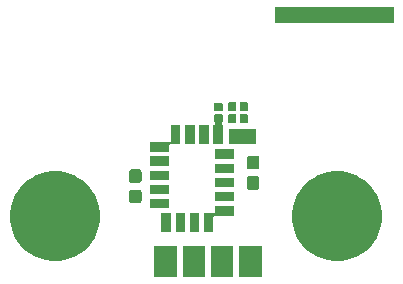
<source format=gbr>
G04 #@! TF.GenerationSoftware,KiCad,Pcbnew,(5.1.6)-1*
G04 #@! TF.CreationDate,2021-04-29T20:16:03-05:00*
G04 #@! TF.ProjectId,BEncoderBoard3(3),42456e63-6f64-4657-9242-6f6172643328,rev?*
G04 #@! TF.SameCoordinates,Original*
G04 #@! TF.FileFunction,Soldermask,Top*
G04 #@! TF.FilePolarity,Negative*
%FSLAX46Y46*%
G04 Gerber Fmt 4.6, Leading zero omitted, Abs format (unit mm)*
G04 Created by KiCad (PCBNEW (5.1.6)-1) date 2021-04-29 20:16:03*
%MOMM*%
%LPD*%
G01*
G04 APERTURE LIST*
%ADD10C,0.100000*%
G04 APERTURE END LIST*
D10*
G36*
X138430000Y-93599000D02*
G01*
X136271000Y-93599000D01*
X136271000Y-92456000D01*
X138430000Y-92456000D01*
X138430000Y-93599000D01*
G37*
X138430000Y-93599000D02*
X136271000Y-93599000D01*
X136271000Y-92456000D01*
X138430000Y-92456000D01*
X138430000Y-93599000D01*
G36*
X150130000Y-83400000D02*
G01*
X150090000Y-83390000D01*
X150120000Y-83400000D01*
X140130000Y-83400000D01*
X140130000Y-82110000D01*
X150130000Y-82110000D01*
X150130000Y-83400000D01*
G37*
X150130000Y-83400000D02*
X150090000Y-83390000D01*
X150120000Y-83400000D01*
X140130000Y-83400000D01*
X140130000Y-82110000D01*
X150130000Y-82110000D01*
X150130000Y-83400000D01*
G36*
X134244000Y-104933000D02*
G01*
X132342000Y-104933000D01*
X132342000Y-102331000D01*
X134244000Y-102331000D01*
X134244000Y-104933000D01*
G37*
G36*
X131844000Y-104933000D02*
G01*
X129942000Y-104933000D01*
X129942000Y-102331000D01*
X131844000Y-102331000D01*
X131844000Y-104933000D01*
G37*
G36*
X139044000Y-104933000D02*
G01*
X137142000Y-104933000D01*
X137142000Y-102331000D01*
X139044000Y-102331000D01*
X139044000Y-104933000D01*
G37*
G36*
X136644000Y-104933000D02*
G01*
X134742000Y-104933000D01*
X134742000Y-102331000D01*
X136644000Y-102331000D01*
X136644000Y-104933000D01*
G37*
G36*
X122647710Y-96167070D02*
G01*
X123339447Y-96453597D01*
X123491035Y-96554885D01*
X123961996Y-96869571D01*
X124491429Y-97399004D01*
X124691135Y-97697885D01*
X124907403Y-98021553D01*
X125193930Y-98713290D01*
X125340000Y-99447633D01*
X125340000Y-100196367D01*
X125193930Y-100930710D01*
X124907403Y-101622447D01*
X124907402Y-101622448D01*
X124491429Y-102244996D01*
X123961996Y-102774429D01*
X123546022Y-103052374D01*
X123339447Y-103190403D01*
X122647710Y-103476930D01*
X121913367Y-103623000D01*
X121164633Y-103623000D01*
X120430290Y-103476930D01*
X119738553Y-103190403D01*
X119531978Y-103052374D01*
X119116004Y-102774429D01*
X118586571Y-102244996D01*
X118170598Y-101622448D01*
X118170597Y-101622447D01*
X117884070Y-100930710D01*
X117738000Y-100196367D01*
X117738000Y-99447633D01*
X117884070Y-98713290D01*
X118170597Y-98021553D01*
X118386865Y-97697885D01*
X118586571Y-97399004D01*
X119116004Y-96869571D01*
X119586965Y-96554885D01*
X119738553Y-96453597D01*
X120430290Y-96167070D01*
X121164633Y-96021000D01*
X121913367Y-96021000D01*
X122647710Y-96167070D01*
G37*
G36*
X146523710Y-96167070D02*
G01*
X147215447Y-96453597D01*
X147367035Y-96554885D01*
X147837996Y-96869571D01*
X148367429Y-97399004D01*
X148567135Y-97697885D01*
X148783403Y-98021553D01*
X149069930Y-98713290D01*
X149216000Y-99447633D01*
X149216000Y-100196367D01*
X149069930Y-100930710D01*
X148783403Y-101622447D01*
X148783402Y-101622448D01*
X148367429Y-102244996D01*
X147837996Y-102774429D01*
X147422022Y-103052374D01*
X147215447Y-103190403D01*
X146523710Y-103476930D01*
X145789367Y-103623000D01*
X145040633Y-103623000D01*
X144306290Y-103476930D01*
X143614553Y-103190403D01*
X143407978Y-103052374D01*
X142992004Y-102774429D01*
X142462571Y-102244996D01*
X142046598Y-101622448D01*
X142046597Y-101622447D01*
X141760070Y-100930710D01*
X141614000Y-100196367D01*
X141614000Y-99447633D01*
X141760070Y-98713290D01*
X142046597Y-98021553D01*
X142262865Y-97697885D01*
X142462571Y-97399004D01*
X142992004Y-96869571D01*
X143462965Y-96554885D01*
X143614553Y-96453597D01*
X144306290Y-96167070D01*
X145040633Y-96021000D01*
X145789367Y-96021000D01*
X146523710Y-96167070D01*
G37*
G36*
X131350600Y-101158530D02*
G01*
X130548600Y-101158530D01*
X130548600Y-99556530D01*
X131350600Y-99556530D01*
X131350600Y-101158530D01*
G37*
G36*
X132550600Y-101158530D02*
G01*
X131748600Y-101158530D01*
X131748600Y-99556530D01*
X132550600Y-99556530D01*
X132550600Y-101158530D01*
G37*
G36*
X136700600Y-99760200D02*
G01*
X135075599Y-99760200D01*
X135051213Y-99762602D01*
X135027764Y-99769715D01*
X135006153Y-99781266D01*
X134987211Y-99796811D01*
X134971666Y-99815753D01*
X134960115Y-99837364D01*
X134953002Y-99860813D01*
X134950600Y-99885199D01*
X134950600Y-101158530D01*
X134148600Y-101158530D01*
X134148600Y-99556530D01*
X134973601Y-99556530D01*
X134997987Y-99554128D01*
X135021436Y-99547015D01*
X135043047Y-99535464D01*
X135061989Y-99519919D01*
X135077534Y-99500977D01*
X135089085Y-99479366D01*
X135096198Y-99455917D01*
X135098600Y-99431531D01*
X135098600Y-98958200D01*
X136700600Y-98958200D01*
X136700600Y-99760200D01*
G37*
G36*
X133750600Y-101158530D02*
G01*
X132948600Y-101158530D01*
X132948600Y-99556530D01*
X133750600Y-99556530D01*
X133750600Y-101158530D01*
G37*
G36*
X131200600Y-99160200D02*
G01*
X129598600Y-99160200D01*
X129598600Y-98358200D01*
X131200600Y-98358200D01*
X131200600Y-99160200D01*
G37*
G36*
X128697999Y-97585445D02*
G01*
X128735495Y-97596820D01*
X128770054Y-97615292D01*
X128800347Y-97640153D01*
X128825208Y-97670446D01*
X128843680Y-97705005D01*
X128855055Y-97742501D01*
X128859500Y-97787638D01*
X128859500Y-98526362D01*
X128855055Y-98571499D01*
X128843680Y-98608995D01*
X128825208Y-98643554D01*
X128800347Y-98673847D01*
X128770054Y-98698708D01*
X128735495Y-98717180D01*
X128697999Y-98728555D01*
X128652862Y-98733000D01*
X128014138Y-98733000D01*
X127969001Y-98728555D01*
X127931505Y-98717180D01*
X127896946Y-98698708D01*
X127866653Y-98673847D01*
X127841792Y-98643554D01*
X127823320Y-98608995D01*
X127811945Y-98571499D01*
X127807500Y-98526362D01*
X127807500Y-97787638D01*
X127811945Y-97742501D01*
X127823320Y-97705005D01*
X127841792Y-97670446D01*
X127866653Y-97640153D01*
X127896946Y-97615292D01*
X127931505Y-97596820D01*
X127969001Y-97585445D01*
X128014138Y-97581000D01*
X128652862Y-97581000D01*
X128697999Y-97585445D01*
G37*
G36*
X136700600Y-98560200D02*
G01*
X135098600Y-98560200D01*
X135098600Y-97758200D01*
X136700600Y-97758200D01*
X136700600Y-98560200D01*
G37*
G36*
X131200600Y-97960200D02*
G01*
X129598600Y-97960200D01*
X129598600Y-97158200D01*
X131200600Y-97158200D01*
X131200600Y-97960200D01*
G37*
G36*
X138667499Y-96442445D02*
G01*
X138704995Y-96453820D01*
X138739554Y-96472292D01*
X138769847Y-96497153D01*
X138794708Y-96527446D01*
X138813180Y-96562005D01*
X138824555Y-96599501D01*
X138829000Y-96644638D01*
X138829000Y-97383362D01*
X138824555Y-97428499D01*
X138813180Y-97465995D01*
X138794708Y-97500554D01*
X138769847Y-97530847D01*
X138739554Y-97555708D01*
X138704995Y-97574180D01*
X138667499Y-97585555D01*
X138622362Y-97590000D01*
X137983638Y-97590000D01*
X137938501Y-97585555D01*
X137901005Y-97574180D01*
X137866446Y-97555708D01*
X137836153Y-97530847D01*
X137811292Y-97500554D01*
X137792820Y-97465995D01*
X137781445Y-97428499D01*
X137777000Y-97383362D01*
X137777000Y-96644638D01*
X137781445Y-96599501D01*
X137792820Y-96562005D01*
X137811292Y-96527446D01*
X137836153Y-96497153D01*
X137866446Y-96472292D01*
X137901005Y-96453820D01*
X137938501Y-96442445D01*
X137983638Y-96438000D01*
X138622362Y-96438000D01*
X138667499Y-96442445D01*
G37*
G36*
X136700600Y-97360200D02*
G01*
X135098600Y-97360200D01*
X135098600Y-96558200D01*
X136700600Y-96558200D01*
X136700600Y-97360200D01*
G37*
G36*
X128697999Y-95835445D02*
G01*
X128735495Y-95846820D01*
X128770054Y-95865292D01*
X128800347Y-95890153D01*
X128825208Y-95920446D01*
X128843680Y-95955005D01*
X128855055Y-95992501D01*
X128859500Y-96037638D01*
X128859500Y-96776362D01*
X128855055Y-96821499D01*
X128843680Y-96858995D01*
X128825208Y-96893554D01*
X128800347Y-96923847D01*
X128770054Y-96948708D01*
X128735495Y-96967180D01*
X128697999Y-96978555D01*
X128652862Y-96983000D01*
X128014138Y-96983000D01*
X127969001Y-96978555D01*
X127931505Y-96967180D01*
X127896946Y-96948708D01*
X127866653Y-96923847D01*
X127841792Y-96893554D01*
X127823320Y-96858995D01*
X127811945Y-96821499D01*
X127807500Y-96776362D01*
X127807500Y-96037638D01*
X127811945Y-95992501D01*
X127823320Y-95955005D01*
X127841792Y-95920446D01*
X127866653Y-95890153D01*
X127896946Y-95865292D01*
X127931505Y-95846820D01*
X127969001Y-95835445D01*
X128014138Y-95831000D01*
X128652862Y-95831000D01*
X128697999Y-95835445D01*
G37*
G36*
X131200600Y-96760200D02*
G01*
X129598600Y-96760200D01*
X129598600Y-95958200D01*
X131200600Y-95958200D01*
X131200600Y-96760200D01*
G37*
G36*
X136700600Y-96160200D02*
G01*
X135098600Y-96160200D01*
X135098600Y-95358200D01*
X136700600Y-95358200D01*
X136700600Y-96160200D01*
G37*
G36*
X138667499Y-94692445D02*
G01*
X138704995Y-94703820D01*
X138739554Y-94722292D01*
X138769847Y-94747153D01*
X138794708Y-94777446D01*
X138813180Y-94812005D01*
X138824555Y-94849501D01*
X138829000Y-94894638D01*
X138829000Y-95633362D01*
X138824555Y-95678499D01*
X138813180Y-95715995D01*
X138794708Y-95750554D01*
X138769847Y-95780847D01*
X138739554Y-95805708D01*
X138704995Y-95824180D01*
X138667499Y-95835555D01*
X138622362Y-95840000D01*
X137983638Y-95840000D01*
X137938501Y-95835555D01*
X137901005Y-95824180D01*
X137866446Y-95805708D01*
X137836153Y-95780847D01*
X137811292Y-95750554D01*
X137792820Y-95715995D01*
X137781445Y-95678499D01*
X137777000Y-95633362D01*
X137777000Y-94894638D01*
X137781445Y-94849501D01*
X137792820Y-94812005D01*
X137811292Y-94777446D01*
X137836153Y-94747153D01*
X137866446Y-94722292D01*
X137901005Y-94703820D01*
X137938501Y-94692445D01*
X137983638Y-94688000D01*
X138622362Y-94688000D01*
X138667499Y-94692445D01*
G37*
G36*
X131200600Y-95560200D02*
G01*
X129598600Y-95560200D01*
X129598600Y-94758200D01*
X131200600Y-94758200D01*
X131200600Y-95560200D01*
G37*
G36*
X136700600Y-94960200D02*
G01*
X135098600Y-94960200D01*
X135098600Y-94158200D01*
X136700600Y-94158200D01*
X136700600Y-94960200D01*
G37*
G36*
X132150600Y-93710200D02*
G01*
X131325599Y-93710200D01*
X131301213Y-93712602D01*
X131277764Y-93719715D01*
X131256153Y-93731266D01*
X131237211Y-93746811D01*
X131221666Y-93765753D01*
X131210115Y-93787364D01*
X131203002Y-93810813D01*
X131200600Y-93835199D01*
X131200600Y-94360200D01*
X129598600Y-94360200D01*
X129598600Y-93558200D01*
X131223601Y-93558200D01*
X131247987Y-93555798D01*
X131271436Y-93548685D01*
X131293047Y-93537134D01*
X131311989Y-93521589D01*
X131327534Y-93502647D01*
X131339085Y-93481036D01*
X131346198Y-93457587D01*
X131348600Y-93433201D01*
X131348600Y-92108200D01*
X132150600Y-92108200D01*
X132150600Y-93710200D01*
G37*
G36*
X135653938Y-91200716D02*
G01*
X135674557Y-91206971D01*
X135693553Y-91217124D01*
X135710208Y-91230792D01*
X135723876Y-91247447D01*
X135734029Y-91266443D01*
X135740284Y-91287062D01*
X135743000Y-91314640D01*
X135743000Y-91773360D01*
X135740284Y-91800938D01*
X135734029Y-91821557D01*
X135723876Y-91840553D01*
X135710208Y-91857208D01*
X135693554Y-91870874D01*
X135689647Y-91872963D01*
X135669273Y-91886578D01*
X135651946Y-91903905D01*
X135638333Y-91924280D01*
X135628956Y-91946919D01*
X135624177Y-91970953D01*
X135624177Y-91995457D01*
X135628958Y-92019490D01*
X135638336Y-92042128D01*
X135651951Y-92062502D01*
X135669278Y-92079829D01*
X135689653Y-92093442D01*
X135712292Y-92102819D01*
X135748574Y-92108200D01*
X135750600Y-92108200D01*
X135750600Y-93710200D01*
X134948600Y-93710200D01*
X134948600Y-92108200D01*
X134995426Y-92108200D01*
X135019812Y-92105798D01*
X135043261Y-92098685D01*
X135064872Y-92087134D01*
X135083814Y-92071589D01*
X135099359Y-92052647D01*
X135110910Y-92031036D01*
X135118023Y-92007587D01*
X135120425Y-91983201D01*
X135118023Y-91958815D01*
X135110910Y-91935366D01*
X135099359Y-91913755D01*
X135083814Y-91894813D01*
X135054353Y-91872963D01*
X135050446Y-91870874D01*
X135033792Y-91857208D01*
X135020124Y-91840553D01*
X135009971Y-91821557D01*
X135003716Y-91800938D01*
X135001000Y-91773360D01*
X135001000Y-91314640D01*
X135003716Y-91287062D01*
X135009971Y-91266443D01*
X135020124Y-91247447D01*
X135033792Y-91230792D01*
X135050447Y-91217124D01*
X135069443Y-91206971D01*
X135090062Y-91200716D01*
X135117640Y-91198000D01*
X135626360Y-91198000D01*
X135653938Y-91200716D01*
G37*
G36*
X134550600Y-93710200D02*
G01*
X133748600Y-93710200D01*
X133748600Y-92108200D01*
X134550600Y-92108200D01*
X134550600Y-93710200D01*
G37*
G36*
X133350600Y-93710200D02*
G01*
X132548600Y-93710200D01*
X132548600Y-92108200D01*
X133350600Y-92108200D01*
X133350600Y-93710200D01*
G37*
G36*
X137764938Y-91198716D02*
G01*
X137785557Y-91204971D01*
X137804553Y-91215124D01*
X137821208Y-91228792D01*
X137834876Y-91245447D01*
X137845029Y-91264443D01*
X137851284Y-91285062D01*
X137854000Y-91312640D01*
X137854000Y-91821360D01*
X137851284Y-91848938D01*
X137845029Y-91869557D01*
X137834876Y-91888553D01*
X137821208Y-91905208D01*
X137804553Y-91918876D01*
X137785557Y-91929029D01*
X137764938Y-91935284D01*
X137737360Y-91938000D01*
X137278640Y-91938000D01*
X137251062Y-91935284D01*
X137230443Y-91929029D01*
X137211447Y-91918876D01*
X137194792Y-91905208D01*
X137181124Y-91888553D01*
X137170971Y-91869557D01*
X137164716Y-91848938D01*
X137162000Y-91821360D01*
X137162000Y-91312640D01*
X137164716Y-91285062D01*
X137170971Y-91264443D01*
X137181124Y-91245447D01*
X137194792Y-91228792D01*
X137211447Y-91215124D01*
X137230443Y-91204971D01*
X137251062Y-91198716D01*
X137278640Y-91196000D01*
X137737360Y-91196000D01*
X137764938Y-91198716D01*
G37*
G36*
X136794938Y-91198716D02*
G01*
X136815557Y-91204971D01*
X136834553Y-91215124D01*
X136851208Y-91228792D01*
X136864876Y-91245447D01*
X136875029Y-91264443D01*
X136881284Y-91285062D01*
X136884000Y-91312640D01*
X136884000Y-91821360D01*
X136881284Y-91848938D01*
X136875029Y-91869557D01*
X136864876Y-91888553D01*
X136851208Y-91905208D01*
X136834553Y-91918876D01*
X136815557Y-91929029D01*
X136794938Y-91935284D01*
X136767360Y-91938000D01*
X136308640Y-91938000D01*
X136281062Y-91935284D01*
X136260443Y-91929029D01*
X136241447Y-91918876D01*
X136224792Y-91905208D01*
X136211124Y-91888553D01*
X136200971Y-91869557D01*
X136194716Y-91848938D01*
X136192000Y-91821360D01*
X136192000Y-91312640D01*
X136194716Y-91285062D01*
X136200971Y-91264443D01*
X136211124Y-91245447D01*
X136224792Y-91228792D01*
X136241447Y-91215124D01*
X136260443Y-91204971D01*
X136281062Y-91198716D01*
X136308640Y-91196000D01*
X136767360Y-91196000D01*
X136794938Y-91198716D01*
G37*
G36*
X137764938Y-90182716D02*
G01*
X137785557Y-90188971D01*
X137804553Y-90199124D01*
X137821208Y-90212792D01*
X137834876Y-90229447D01*
X137845029Y-90248443D01*
X137851284Y-90269062D01*
X137854000Y-90296640D01*
X137854000Y-90805360D01*
X137851284Y-90832938D01*
X137845029Y-90853557D01*
X137834876Y-90872553D01*
X137821208Y-90889208D01*
X137804553Y-90902876D01*
X137785557Y-90913029D01*
X137764938Y-90919284D01*
X137737360Y-90922000D01*
X137278640Y-90922000D01*
X137251062Y-90919284D01*
X137230443Y-90913029D01*
X137211447Y-90902876D01*
X137194792Y-90889208D01*
X137181124Y-90872553D01*
X137170971Y-90853557D01*
X137164716Y-90832938D01*
X137162000Y-90805360D01*
X137162000Y-90296640D01*
X137164716Y-90269062D01*
X137170971Y-90248443D01*
X137181124Y-90229447D01*
X137194792Y-90212792D01*
X137211447Y-90199124D01*
X137230443Y-90188971D01*
X137251062Y-90182716D01*
X137278640Y-90180000D01*
X137737360Y-90180000D01*
X137764938Y-90182716D01*
G37*
G36*
X136794938Y-90182716D02*
G01*
X136815557Y-90188971D01*
X136834553Y-90199124D01*
X136851208Y-90212792D01*
X136864876Y-90229447D01*
X136875029Y-90248443D01*
X136881284Y-90269062D01*
X136884000Y-90296640D01*
X136884000Y-90805360D01*
X136881284Y-90832938D01*
X136875029Y-90853557D01*
X136864876Y-90872553D01*
X136851208Y-90889208D01*
X136834553Y-90902876D01*
X136815557Y-90913029D01*
X136794938Y-90919284D01*
X136767360Y-90922000D01*
X136308640Y-90922000D01*
X136281062Y-90919284D01*
X136260443Y-90913029D01*
X136241447Y-90902876D01*
X136224792Y-90889208D01*
X136211124Y-90872553D01*
X136200971Y-90853557D01*
X136194716Y-90832938D01*
X136192000Y-90805360D01*
X136192000Y-90296640D01*
X136194716Y-90269062D01*
X136200971Y-90248443D01*
X136211124Y-90229447D01*
X136224792Y-90212792D01*
X136241447Y-90199124D01*
X136260443Y-90188971D01*
X136281062Y-90182716D01*
X136308640Y-90180000D01*
X136767360Y-90180000D01*
X136794938Y-90182716D01*
G37*
G36*
X135653938Y-90230716D02*
G01*
X135674557Y-90236971D01*
X135693553Y-90247124D01*
X135710208Y-90260792D01*
X135723876Y-90277447D01*
X135734029Y-90296443D01*
X135740284Y-90317062D01*
X135743000Y-90344640D01*
X135743000Y-90803360D01*
X135740284Y-90830938D01*
X135734029Y-90851557D01*
X135723876Y-90870553D01*
X135710208Y-90887208D01*
X135693553Y-90900876D01*
X135674557Y-90911029D01*
X135653938Y-90917284D01*
X135626360Y-90920000D01*
X135117640Y-90920000D01*
X135090062Y-90917284D01*
X135069443Y-90911029D01*
X135050447Y-90900876D01*
X135033792Y-90887208D01*
X135020124Y-90870553D01*
X135009971Y-90851557D01*
X135003716Y-90830938D01*
X135001000Y-90803360D01*
X135001000Y-90344640D01*
X135003716Y-90317062D01*
X135009971Y-90296443D01*
X135020124Y-90277447D01*
X135033792Y-90260792D01*
X135050447Y-90247124D01*
X135069443Y-90236971D01*
X135090062Y-90230716D01*
X135117640Y-90228000D01*
X135626360Y-90228000D01*
X135653938Y-90230716D01*
G37*
M02*

</source>
